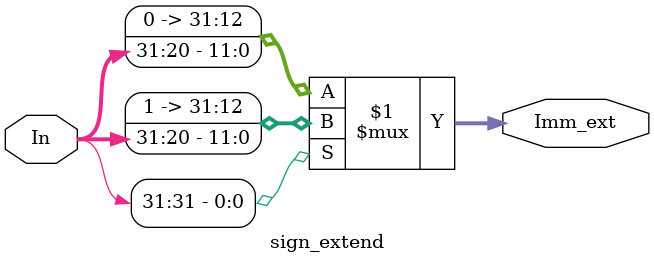
<source format=v>
module sign_extend (
     input [31:0] In,
     output [31:0] Imm_ext
);
     
assign Imm_ext=(In[31])?{{20{1'b1}},In[31:20]}:
                         {{20{1'b0}},In[31:20]};
endmodule
</source>
